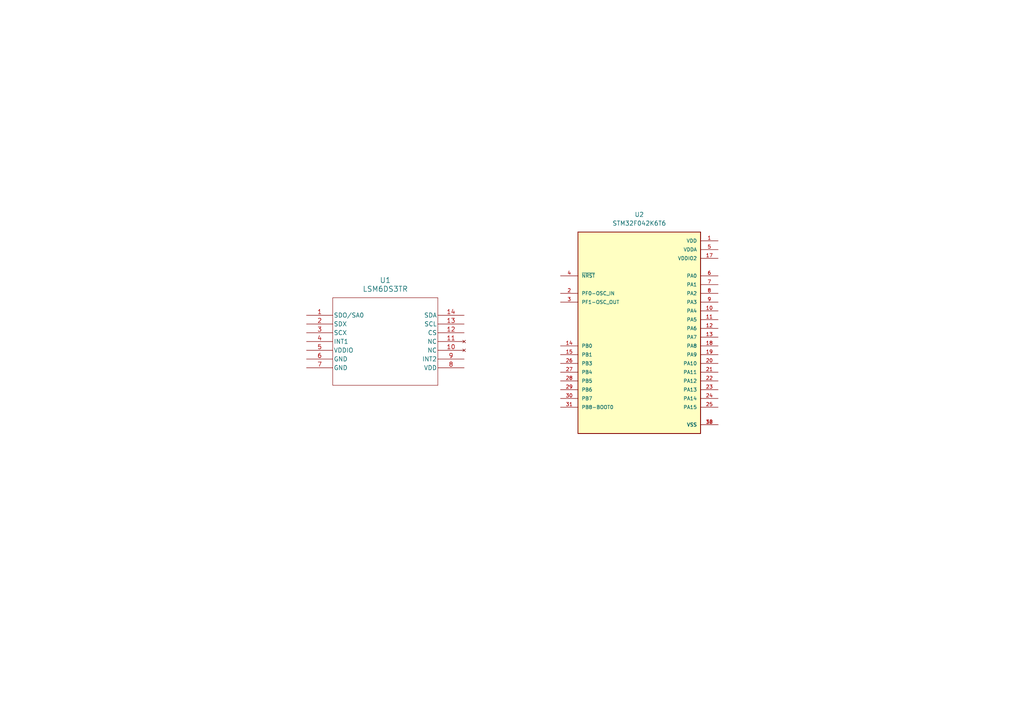
<source format=kicad_sch>
(kicad_sch (version 20231120) (generator "eeschema") (generator_version "8.0")
  (paper "A4")
  (lib_symbols
    (symbol "2024-09-27_16-32-13:LSM6DS3TR" (pin_names (offset 0.254))
      (property "Reference" "U" (at 0 17.78 0))
      (property "Value" "LSM6DS3TR" (at 0 15.24 0))
      (symbol "LSM6DS3TR_0_1"
        (polyline (pts (xy -15.24 -12.7) (xy 15.24 -12.7)) (stroke (width 0.127)))
        (polyline (pts (xy -15.24 12.7) (xy -15.24 -12.7)) (stroke (width 0.127)))
        (polyline (pts (xy 15.24 -12.7) (xy 15.24 12.7)) (stroke (width 0.127)))
        (polyline (pts (xy 15.24 12.7) (xy -15.24 12.7)) (stroke (width 0.127)))
        (pin output line (at -22.86 7.62 0) (length 7.62) (name "SDO/SA0") (number "1"))
        (pin no_connect line (at 22.86 -2.54 180) (length 7.62) (name "NC") (number "10"))
        (pin no_connect line (at 22.86 0 180) (length 7.62) (name "NC") (number "11"))
        (pin unspecified line (at 22.86 2.54 180) (length 7.62) (name "CS") (number "12"))
        (pin unspecified line (at 22.86 5.08 180) (length 7.62) (name "SCL") (number "13"))
        (pin unspecified line (at 22.86 7.62 180) (length 7.62) (name "SDA") (number "14"))
        (pin unspecified line (at -22.86 5.08 0) (length 7.62) (name "SDX") (number "2"))
        (pin unspecified line (at -22.86 2.54 0) (length 7.62) (name "SCX") (number "3"))
        (pin unspecified line (at -22.86 0 0) (length 7.62) (name "INT1") (number "4"))
        (pin power_in line (at -22.86 -2.54 0) (length 7.62) (name "VDDIO") (number "5"))
        (pin power_out line (at -22.86 -5.08 0) (length 7.62) (name "GND") (number "6"))
        (pin power_out line (at -22.86 -7.62 0) (length 7.62) (name "GND") (number "7"))
        (pin power_in line (at 22.86 -7.62 180) (length 7.62) (name "VDD") (number "8"))
        (pin unspecified line (at 22.86 -5.08 180) (length 7.62) (name "INT2") (number "9"))
      )
    )
    (symbol "STM32F042K6T6:STM32F042K6T6" (pin_names (offset 1.016))
      (property "Reference" "U" (at -17.78 29.21 0))
      (property "Value" "STM32F042K6T6" (at -17.78 -31.75 0))
      (symbol "STM32F042K6T6_0_0"
        (rectangle (start -17.78 -30.48) (end 17.78 27.94) (stroke (width 0.254)) (fill (type background)))
        (pin power_in line (at 22.86 25.4 180) (length 5.08) (name "VDD") (number "1"))
        (pin bidirectional line (at 22.86 5.08 180) (length 5.08) (name "PA4") (number "10"))
        (pin bidirectional line (at 22.86 2.54 180) (length 5.08) (name "PA5") (number "11"))
        (pin bidirectional line (at 22.86 0 180) (length 5.08) (name "PA6") (number "12"))
        (pin bidirectional line (at 22.86 -2.54 180) (length 5.08) (name "PA7") (number "13"))
        (pin bidirectional line (at -22.86 -5.08 0) (length 5.08) (name "PB0") (number "14"))
        (pin bidirectional line (at -22.86 -7.62 0) (length 5.08) (name "PB1") (number "15"))
        (pin power_in line (at 22.86 -27.94 180) (length 5.08) (name "VSS") (number "16"))
        (pin power_in line (at 22.86 20.32 180) (length 5.08) (name "VDDIO2") (number "17"))
        (pin bidirectional line (at 22.86 -5.08 180) (length 5.08) (name "PA8") (number "18"))
        (pin bidirectional line (at 22.86 -7.62 180) (length 5.08) (name "PA9") (number "19"))
        (pin bidirectional line (at -22.86 10.16 0) (length 5.08) (name "PF0-OSC_IN") (number "2"))
        (pin bidirectional line (at 22.86 -10.16 180) (length 5.08) (name "PA10") (number "20"))
        (pin bidirectional line (at 22.86 -12.7 180) (length 5.08) (name "PA11") (number "21"))
        (pin bidirectional line (at 22.86 -15.24 180) (length 5.08) (name "PA12") (number "22"))
        (pin bidirectional line (at 22.86 -17.78 180) (length 5.08) (name "PA13") (number "23"))
        (pin bidirectional line (at 22.86 -20.32 180) (length 5.08) (name "PA14") (number "24"))
        (pin bidirectional line (at 22.86 -22.86 180) (length 5.08) (name "PA15") (number "25"))
        (pin bidirectional line (at -22.86 -10.16 0) (length 5.08) (name "PB3") (number "26"))
        (pin bidirectional line (at -22.86 -12.7 0) (length 5.08) (name "PB4") (number "27"))
        (pin bidirectional line (at -22.86 -15.24 0) (length 5.08) (name "PB5") (number "28"))
        (pin bidirectional line (at -22.86 -17.78 0) (length 5.08) (name "PB6") (number "29"))
        (pin bidirectional line (at -22.86 7.62 0) (length 5.08) (name "PF1-OSC_OUT") (number "3"))
        (pin bidirectional line (at -22.86 -20.32 0) (length 5.08) (name "PB7") (number "30"))
        (pin bidirectional line (at -22.86 -22.86 0) (length 5.08) (name "PB8-BOOT0") (number "31"))
        (pin power_in line (at 22.86 -27.94 180) (length 5.08) (name "VSS") (number "32"))
        (pin input line (at -22.86 15.24 0) (length 5.08) (name "~{NRST}") (number "4"))
        (pin power_in line (at 22.86 22.86 180) (length 5.08) (name "VDDA") (number "5"))
        (pin bidirectional line (at 22.86 15.24 180) (length 5.08) (name "PA0") (number "6"))
        (pin bidirectional line (at 22.86 12.7 180) (length 5.08) (name "PA1") (number "7"))
        (pin bidirectional line (at 22.86 10.16 180) (length 5.08) (name "PA2") (number "8"))
        (pin bidirectional line (at 22.86 7.62 180) (length 5.08) (name "PA3") (number "9"))
      )
    )
  )
  (symbol (lib_id "STM32F042K6T6:STM32F042K6T6") (at 185.42 95.25 0) (unit 1)
    (property "Reference" "U2" (at 185.42 62.23 0))
    (property "Value" "STM32F042K6T6" (at 185.42 64.77 0))
    (property "Footprint" "STM32F042K6T6:QFP80P900X900X160-32N" (effects (hide yes)))
    (property "MF" "STMicroelectronics" (effects (hide yes)))
    (property "MAXIMUM_PACKAGE_HEIGHT" "1.6mm" (effects (hide yes)))
    (property "Package" "LQFP-32 STMicroelectronics" (effects (hide yes)))
    (property "Price" "None" (effects (hide yes)))
    (property "Check_prices" "https://www.snapeda.com/parts/STM32F042K6T6/STMicroelectronics/view-part/?ref=eda" (effects (hide yes)))
    (property "STANDARD" "IPC 7351B" (effects (hide yes)))
    (property "PARTREV" "5" (effects (hide yes)))
    (property "SnapEDA_Link" "https://www.snapeda.com/parts/STM32F042K6T6/STMicroelectronics/view-part/?ref=snap" (effects (hide yes)))
    (property "MP" "STM32F042K6T6" (effects (hide yes)))
    (property "Description_1" "\nARM® Cortex®-M0 STM32F0 Microcontroller IC 32-Bit Single-Core 48MHz 32KB (32K x 8) FLASH 32-LQFP (7x7)\n" (effects (hide yes)))
    (property "Availability" "In Stock" (effects (hide yes)))
    (property "MANUFACTURER" "STMicroelectronics" (effects (hide yes)))
  )
  (symbol (lib_id "2024-09-27_16-32-13:LSM6DS3TR") (at 111.76 99.06 0) (unit 1)
    (property "Reference" "U1" (at 111.76 81.28 0) (effects (font (size 1.524 1.524))))
    (property "Value" "LSM6DS3TR" (at 111.76 83.82 0) (effects (font (size 1.524 1.524))))
    (property "Footprint" "LGA-14L_2P5X3X0P83_STM" (effects (hide yes)))
    (property "Datasheet" "LSM6DS3TR" (effects (hide yes)))
  )
)
</source>
